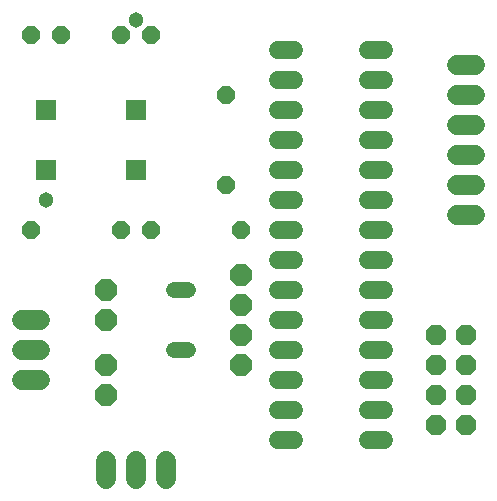
<source format=gts>
G75*
%MOIN*%
%OFA0B0*%
%FSLAX25Y25*%
%IPPOS*%
%LPD*%
%AMOC8*
5,1,8,0,0,1.08239X$1,22.5*
%
%ADD10OC8,0.07100*%
%ADD11C,0.06000*%
%ADD12C,0.06800*%
%ADD13OC8,0.06800*%
%ADD14OC8,0.06000*%
%ADD15C,0.05200*%
%ADD16R,0.06706X0.06706*%
%ADD17C,0.05131*%
D10*
X0251000Y0111000D03*
X0251000Y0121000D03*
X0251000Y0136000D03*
X0251000Y0146000D03*
X0296000Y0141000D03*
X0296000Y0131000D03*
X0296000Y0121000D03*
X0296000Y0151000D03*
D11*
X0308400Y0146000D02*
X0313600Y0146000D01*
X0313600Y0136000D02*
X0308400Y0136000D01*
X0308400Y0126000D02*
X0313600Y0126000D01*
X0313600Y0116000D02*
X0308400Y0116000D01*
X0308400Y0106000D02*
X0313600Y0106000D01*
X0313600Y0096000D02*
X0308400Y0096000D01*
X0338400Y0096000D02*
X0343600Y0096000D01*
X0343600Y0106000D02*
X0338400Y0106000D01*
X0338400Y0116000D02*
X0343600Y0116000D01*
X0343600Y0126000D02*
X0338400Y0126000D01*
X0338400Y0136000D02*
X0343600Y0136000D01*
X0343600Y0146000D02*
X0338400Y0146000D01*
X0338400Y0156000D02*
X0343600Y0156000D01*
X0343600Y0166000D02*
X0338400Y0166000D01*
X0338400Y0176000D02*
X0343600Y0176000D01*
X0343600Y0186000D02*
X0338400Y0186000D01*
X0338400Y0196000D02*
X0343600Y0196000D01*
X0343600Y0206000D02*
X0338400Y0206000D01*
X0338400Y0216000D02*
X0343600Y0216000D01*
X0343600Y0226000D02*
X0338400Y0226000D01*
X0313600Y0226000D02*
X0308400Y0226000D01*
X0308400Y0216000D02*
X0313600Y0216000D01*
X0313600Y0206000D02*
X0308400Y0206000D01*
X0308400Y0196000D02*
X0313600Y0196000D01*
X0313600Y0186000D02*
X0308400Y0186000D01*
X0308400Y0176000D02*
X0313600Y0176000D01*
X0313600Y0166000D02*
X0308400Y0166000D01*
X0308400Y0156000D02*
X0313600Y0156000D01*
D12*
X0229000Y0116000D02*
X0223000Y0116000D01*
X0223000Y0126000D02*
X0229000Y0126000D01*
X0229000Y0136000D02*
X0223000Y0136000D01*
X0251000Y0089000D02*
X0251000Y0083000D01*
X0261000Y0083000D02*
X0261000Y0089000D01*
X0271000Y0089000D02*
X0271000Y0083000D01*
X0368000Y0171000D02*
X0374000Y0171000D01*
X0374000Y0181000D02*
X0368000Y0181000D01*
X0368000Y0191000D02*
X0374000Y0191000D01*
X0374000Y0201000D02*
X0368000Y0201000D01*
X0368000Y0211000D02*
X0374000Y0211000D01*
X0374000Y0221000D02*
X0368000Y0221000D01*
D13*
X0371000Y0131000D03*
X0361000Y0131000D03*
X0361000Y0121000D03*
X0371000Y0121000D03*
X0371000Y0111000D03*
X0361000Y0111000D03*
X0361000Y0101000D03*
X0371000Y0101000D03*
D14*
X0296000Y0166000D03*
X0291000Y0181000D03*
X0266000Y0166000D03*
X0256000Y0166000D03*
X0226000Y0166000D03*
X0291000Y0211000D03*
X0266000Y0231000D03*
X0256000Y0231000D03*
X0236000Y0231000D03*
X0226000Y0231000D03*
D15*
X0273800Y0146000D02*
X0278200Y0146000D01*
X0278200Y0126000D02*
X0273800Y0126000D01*
D16*
X0261000Y0186000D03*
X0261000Y0206000D03*
X0231000Y0206000D03*
X0231000Y0186000D03*
D17*
X0231000Y0176000D03*
X0261000Y0236000D03*
M02*

</source>
